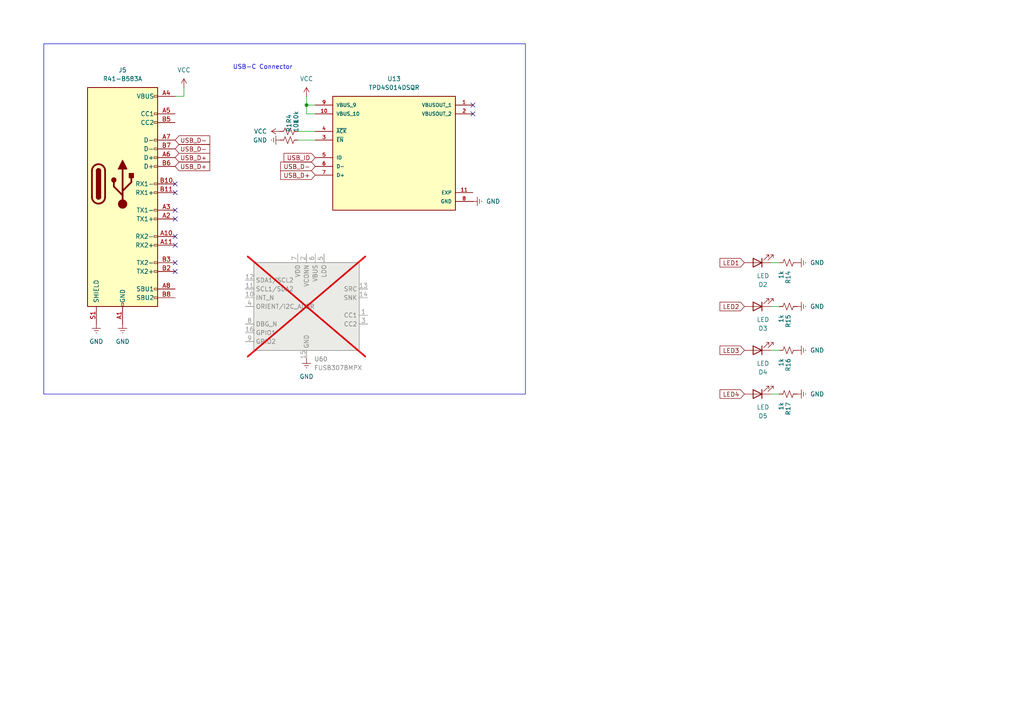
<source format=kicad_sch>
(kicad_sch
	(version 20231120)
	(generator "eeschema")
	(generator_version "8.0")
	(uuid "01deb980-630b-4023-b53d-5ea57d6939e3")
	(paper "A4")
	(title_block
		(title "Pointer")
		(date "2024-05-28")
		(rev "V0.0.3")
		(company "Mines Rocket Club")
		(comment 1 "Andrew Wu")
	)
	(lib_symbols
		(symbol "Connector:USB_C_Receptacle"
			(pin_names
				(offset 1.016)
			)
			(exclude_from_sim no)
			(in_bom yes)
			(on_board yes)
			(property "Reference" "J"
				(at -10.16 29.21 0)
				(effects
					(font
						(size 1.27 1.27)
					)
					(justify left)
				)
			)
			(property "Value" "USB_C_Receptacle"
				(at 10.16 29.21 0)
				(effects
					(font
						(size 1.27 1.27)
					)
					(justify right)
				)
			)
			(property "Footprint" ""
				(at 3.81 0 0)
				(effects
					(font
						(size 1.27 1.27)
					)
					(hide yes)
				)
			)
			(property "Datasheet" "https://www.usb.org/sites/default/files/documents/usb_type-c.zip"
				(at 3.81 0 0)
				(effects
					(font
						(size 1.27 1.27)
					)
					(hide yes)
				)
			)
			(property "Description" "USB Full-Featured Type-C Receptacle connector"
				(at 0 0 0)
				(effects
					(font
						(size 1.27 1.27)
					)
					(hide yes)
				)
			)
			(property "ki_keywords" "usb universal serial bus type-C full-featured"
				(at 0 0 0)
				(effects
					(font
						(size 1.27 1.27)
					)
					(hide yes)
				)
			)
			(property "ki_fp_filters" "USB*C*Receptacle*"
				(at 0 0 0)
				(effects
					(font
						(size 1.27 1.27)
					)
					(hide yes)
				)
			)
			(symbol "USB_C_Receptacle_0_0"
				(rectangle
					(start -0.254 -35.56)
					(end 0.254 -34.544)
					(stroke
						(width 0)
						(type default)
					)
					(fill
						(type none)
					)
				)
				(rectangle
					(start 10.16 -32.766)
					(end 9.144 -33.274)
					(stroke
						(width 0)
						(type default)
					)
					(fill
						(type none)
					)
				)
				(rectangle
					(start 10.16 -30.226)
					(end 9.144 -30.734)
					(stroke
						(width 0)
						(type default)
					)
					(fill
						(type none)
					)
				)
				(rectangle
					(start 10.16 -25.146)
					(end 9.144 -25.654)
					(stroke
						(width 0)
						(type default)
					)
					(fill
						(type none)
					)
				)
				(rectangle
					(start 10.16 -22.606)
					(end 9.144 -23.114)
					(stroke
						(width 0)
						(type default)
					)
					(fill
						(type none)
					)
				)
				(rectangle
					(start 10.16 -17.526)
					(end 9.144 -18.034)
					(stroke
						(width 0)
						(type default)
					)
					(fill
						(type none)
					)
				)
				(rectangle
					(start 10.16 -14.986)
					(end 9.144 -15.494)
					(stroke
						(width 0)
						(type default)
					)
					(fill
						(type none)
					)
				)
				(rectangle
					(start 10.16 -9.906)
					(end 9.144 -10.414)
					(stroke
						(width 0)
						(type default)
					)
					(fill
						(type none)
					)
				)
				(rectangle
					(start 10.16 -7.366)
					(end 9.144 -7.874)
					(stroke
						(width 0)
						(type default)
					)
					(fill
						(type none)
					)
				)
				(rectangle
					(start 10.16 -2.286)
					(end 9.144 -2.794)
					(stroke
						(width 0)
						(type default)
					)
					(fill
						(type none)
					)
				)
				(rectangle
					(start 10.16 0.254)
					(end 9.144 -0.254)
					(stroke
						(width 0)
						(type default)
					)
					(fill
						(type none)
					)
				)
				(rectangle
					(start 10.16 5.334)
					(end 9.144 4.826)
					(stroke
						(width 0)
						(type default)
					)
					(fill
						(type none)
					)
				)
				(rectangle
					(start 10.16 7.874)
					(end 9.144 7.366)
					(stroke
						(width 0)
						(type default)
					)
					(fill
						(type none)
					)
				)
				(rectangle
					(start 10.16 10.414)
					(end 9.144 9.906)
					(stroke
						(width 0)
						(type default)
					)
					(fill
						(type none)
					)
				)
				(rectangle
					(start 10.16 12.954)
					(end 9.144 12.446)
					(stroke
						(width 0)
						(type default)
					)
					(fill
						(type none)
					)
				)
				(rectangle
					(start 10.16 18.034)
					(end 9.144 17.526)
					(stroke
						(width 0)
						(type default)
					)
					(fill
						(type none)
					)
				)
				(rectangle
					(start 10.16 20.574)
					(end 9.144 20.066)
					(stroke
						(width 0)
						(type default)
					)
					(fill
						(type none)
					)
				)
				(rectangle
					(start 10.16 25.654)
					(end 9.144 25.146)
					(stroke
						(width 0)
						(type default)
					)
					(fill
						(type none)
					)
				)
			)
			(symbol "USB_C_Receptacle_0_1"
				(rectangle
					(start -10.16 27.94)
					(end 10.16 -35.56)
					(stroke
						(width 0.254)
						(type default)
					)
					(fill
						(type background)
					)
				)
				(arc
					(start -8.89 -3.81)
					(mid -6.985 -5.7067)
					(end -5.08 -3.81)
					(stroke
						(width 0.508)
						(type default)
					)
					(fill
						(type none)
					)
				)
				(arc
					(start -7.62 -3.81)
					(mid -6.985 -4.4423)
					(end -6.35 -3.81)
					(stroke
						(width 0.254)
						(type default)
					)
					(fill
						(type none)
					)
				)
				(arc
					(start -7.62 -3.81)
					(mid -6.985 -4.4423)
					(end -6.35 -3.81)
					(stroke
						(width 0.254)
						(type default)
					)
					(fill
						(type outline)
					)
				)
				(rectangle
					(start -7.62 -3.81)
					(end -6.35 3.81)
					(stroke
						(width 0.254)
						(type default)
					)
					(fill
						(type outline)
					)
				)
				(arc
					(start -6.35 3.81)
					(mid -6.985 4.4423)
					(end -7.62 3.81)
					(stroke
						(width 0.254)
						(type default)
					)
					(fill
						(type none)
					)
				)
				(arc
					(start -6.35 3.81)
					(mid -6.985 4.4423)
					(end -7.62 3.81)
					(stroke
						(width 0.254)
						(type default)
					)
					(fill
						(type outline)
					)
				)
				(arc
					(start -5.08 3.81)
					(mid -6.985 5.7067)
					(end -8.89 3.81)
					(stroke
						(width 0.508)
						(type default)
					)
					(fill
						(type none)
					)
				)
				(polyline
					(pts
						(xy -8.89 -3.81) (xy -8.89 3.81)
					)
					(stroke
						(width 0.508)
						(type default)
					)
					(fill
						(type none)
					)
				)
				(polyline
					(pts
						(xy -5.08 3.81) (xy -5.08 -3.81)
					)
					(stroke
						(width 0.508)
						(type default)
					)
					(fill
						(type none)
					)
				)
			)
			(symbol "USB_C_Receptacle_1_1"
				(circle
					(center -2.54 1.143)
					(radius 0.635)
					(stroke
						(width 0.254)
						(type default)
					)
					(fill
						(type outline)
					)
				)
				(circle
					(center 0 -5.842)
					(radius 1.27)
					(stroke
						(width 0)
						(type default)
					)
					(fill
						(type outline)
					)
				)
				(polyline
					(pts
						(xy 0 -5.842) (xy 0 4.318)
					)
					(stroke
						(width 0.508)
						(type default)
					)
					(fill
						(type none)
					)
				)
				(polyline
					(pts
						(xy 0 -3.302) (xy -2.54 -0.762) (xy -2.54 0.508)
					)
					(stroke
						(width 0.508)
						(type default)
					)
					(fill
						(type none)
					)
				)
				(polyline
					(pts
						(xy 0 -2.032) (xy 2.54 0.508) (xy 2.54 1.778)
					)
					(stroke
						(width 0.508)
						(type default)
					)
					(fill
						(type none)
					)
				)
				(polyline
					(pts
						(xy -1.27 4.318) (xy 0 6.858) (xy 1.27 4.318) (xy -1.27 4.318)
					)
					(stroke
						(width 0.254)
						(type default)
					)
					(fill
						(type outline)
					)
				)
				(rectangle
					(start 1.905 1.778)
					(end 3.175 3.048)
					(stroke
						(width 0.254)
						(type default)
					)
					(fill
						(type outline)
					)
				)
				(pin passive line
					(at 0 -40.64 90)
					(length 5.08)
					(name "GND"
						(effects
							(font
								(size 1.27 1.27)
							)
						)
					)
					(number "A1"
						(effects
							(font
								(size 1.27 1.27)
							)
						)
					)
				)
				(pin bidirectional line
					(at 15.24 -15.24 180)
					(length 5.08)
					(name "RX2-"
						(effects
							(font
								(size 1.27 1.27)
							)
						)
					)
					(number "A10"
						(effects
							(font
								(size 1.27 1.27)
							)
						)
					)
				)
				(pin bidirectional line
					(at 15.24 -17.78 180)
					(length 5.08)
					(name "RX2+"
						(effects
							(font
								(size 1.27 1.27)
							)
						)
					)
					(number "A11"
						(effects
							(font
								(size 1.27 1.27)
							)
						)
					)
				)
				(pin passive line
					(at 0 -40.64 90)
					(length 5.08) hide
					(name "GND"
						(effects
							(font
								(size 1.27 1.27)
							)
						)
					)
					(number "A12"
						(effects
							(font
								(size 1.27 1.27)
							)
						)
					)
				)
				(pin bidirectional line
					(at 15.24 -10.16 180)
					(length 5.08)
					(name "TX1+"
						(effects
							(font
								(size 1.27 1.27)
							)
						)
					)
					(number "A2"
						(effects
							(font
								(size 1.27 1.27)
							)
						)
					)
				)
				(pin bidirectional line
					(at 15.24 -7.62 180)
					(length 5.08)
					(name "TX1-"
						(effects
							(font
								(size 1.27 1.27)
							)
						)
					)
					(number "A3"
						(effects
							(font
								(size 1.27 1.27)
							)
						)
					)
				)
				(pin passive line
					(at 15.24 25.4 180)
					(length 5.08)
					(name "VBUS"
						(effects
							(font
								(size 1.27 1.27)
							)
						)
					)
					(number "A4"
						(effects
							(font
								(size 1.27 1.27)
							)
						)
					)
				)
				(pin bidirectional line
					(at 15.24 20.32 180)
					(length 5.08)
					(name "CC1"
						(effects
							(font
								(size 1.27 1.27)
							)
						)
					)
					(number "A5"
						(effects
							(font
								(size 1.27 1.27)
							)
						)
					)
				)
				(pin bidirectional line
					(at 15.24 7.62 180)
					(length 5.08)
					(name "D+"
						(effects
							(font
								(size 1.27 1.27)
							)
						)
					)
					(number "A6"
						(effects
							(font
								(size 1.27 1.27)
							)
						)
					)
				)
				(pin bidirectional line
					(at 15.24 12.7 180)
					(length 5.08)
					(name "D-"
						(effects
							(font
								(size 1.27 1.27)
							)
						)
					)
					(number "A7"
						(effects
							(font
								(size 1.27 1.27)
							)
						)
					)
				)
				(pin bidirectional line
					(at 15.24 -30.48 180)
					(length 5.08)
					(name "SBU1"
						(effects
							(font
								(size 1.27 1.27)
							)
						)
					)
					(number "A8"
						(effects
							(font
								(size 1.27 1.27)
							)
						)
					)
				)
				(pin passive line
					(at 15.24 25.4 180)
					(length 5.08) hide
					(name "VBUS"
						(effects
							(font
								(size 1.27 1.27)
							)
						)
					)
					(number "A9"
						(effects
							(font
								(size 1.27 1.27)
							)
						)
					)
				)
				(pin passive line
					(at 0 -40.64 90)
					(length 5.08) hide
					(name "GND"
						(effects
							(font
								(size 1.27 1.27)
							)
						)
					)
					(number "B1"
						(effects
							(font
								(size 1.27 1.27)
							)
						)
					)
				)
				(pin bidirectional line
					(at 15.24 0 180)
					(length 5.08)
					(name "RX1-"
						(effects
							(font
								(size 1.27 1.27)
							)
						)
					)
					(number "B10"
						(effects
							(font
								(size 1.27 1.27)
							)
						)
					)
				)
				(pin bidirectional line
					(at 15.24 -2.54 180)
					(length 5.08)
					(name "RX1+"
						(effects
							(font
								(size 1.27 1.27)
							)
						)
					)
					(number "B11"
						(effects
							(font
								(size 1.27 1.27)
							)
						)
					)
				)
				(pin passive line
					(at 0 -40.64 90)
					(length 5.08) hide
					(name "GND"
						(effects
							(font
								(size 1.27 1.27)
							)
						)
					)
					(number "B12"
						(effects
							(font
								(size 1.27 1.27)
							)
						)
					)
				)
				(pin bidirectional line
					(at 15.24 -25.4 180)
					(length 5.08)
					(name "TX2+"
						(effects
							(font
								(size 1.27 1.27)
							)
						)
					)
					(number "B2"
						(effects
							(font
								(size 1.27 1.27)
							)
						)
					)
				)
				(pin bidirectional line
					(at 15.24 -22.86 180)
					(length 5.08)
					(name "TX2-"
						(effects
							(font
								(size 1.27 1.27)
							)
						)
					)
					(number "B3"
						(effects
							(font
								(size 1.27 1.27)
							)
						)
					)
				)
				(pin passive line
					(at 15.24 25.4 180)
					(length 5.08) hide
					(name "VBUS"
						(effects
							(font
								(size 1.27 1.27)
							)
						)
					)
					(number "B4"
						(effects
							(font
								(size 1.27 1.27)
							)
						)
					)
				)
				(pin bidirectional line
					(at 15.24 17.78 180)
					(length 5.08)
					(name "CC2"
						(effects
							(font
								(size 1.27 1.27)
							)
						)
					)
					(number "B5"
						(effects
							(font
								(size 1.27 1.27)
							)
						)
					)
				)
				(pin bidirectional line
					(at 15.24 5.08 180)
					(length 5.08)
					(name "D+"
						(effects
							(font
								(size 1.27 1.27)
							)
						)
					)
					(number "B6"
						(effects
							(font
								(size 1.27 1.27)
							)
						)
					)
				)
				(pin bidirectional line
					(at 15.24 10.16 180)
					(length 5.08)
					(name "D-"
						(effects
							(font
								(size 1.27 1.27)
							)
						)
					)
					(number "B7"
						(effects
							(font
								(size 1.27 1.27)
							)
						)
					)
				)
				(pin bidirectional line
					(at 15.24 -33.02 180)
					(length 5.08)
					(name "SBU2"
						(effects
							(font
								(size 1.27 1.27)
							)
						)
					)
					(number "B8"
						(effects
							(font
								(size 1.27 1.27)
							)
						)
					)
				)
				(pin passive line
					(at 15.24 25.4 180)
					(length 5.08) hide
					(name "VBUS"
						(effects
							(font
								(size 1.27 1.27)
							)
						)
					)
					(number "B9"
						(effects
							(font
								(size 1.27 1.27)
							)
						)
					)
				)
				(pin passive line
					(at -7.62 -40.64 90)
					(length 5.08)
					(name "SHIELD"
						(effects
							(font
								(size 1.27 1.27)
							)
						)
					)
					(number "S1"
						(effects
							(font
								(size 1.27 1.27)
							)
						)
					)
				)
			)
		)
		(symbol "Custom_Flight_Computer_Symbols:TPD4S014DSQR"
			(pin_names
				(offset 1.016)
			)
			(exclude_from_sim no)
			(in_bom yes)
			(on_board yes)
			(property "Reference" "U"
				(at -17.78 18.288 0)
				(effects
					(font
						(size 1.27 1.27)
					)
					(justify left bottom)
				)
			)
			(property "Value" "TPD4S014DSQR"
				(at -17.78 -17.78 0)
				(effects
					(font
						(size 1.27 1.27)
					)
					(justify left bottom)
				)
			)
			(property "Footprint" "locals_but_working_PLEASE:TPD4S014DSQR"
				(at 0 0 0)
				(effects
					(font
						(size 1.27 1.27)
					)
					(justify bottom)
					(hide yes)
				)
			)
			(property "Datasheet" "https://www.ti.com/lit/ds/symlink/tpd4s014.pdf?HQS=dis-dk-null-digikeymode-dsf-pf-null-wwe&ts=1716147734171&ref_url=https%253A%252F%252Fwww.ti.com%252Fgeneral%252Fdocs%252Fsuppproductinfo.tsp%253FdistId%253D10%2526gotoUrl%253Dhttps%253A%252F%252Fwww.ti.com%252Flit%252Fgpn%252Ftpd4s014"
				(at 0 0 0)
				(effects
					(font
						(size 1.27 1.27)
					)
					(hide yes)
				)
			)
			(property "Description" "  Overvoltage Protection Controller 10-WSON (2x2)"
				(at 0 0 0)
				(effects
					(font
						(size 1.27 1.27)
					)
					(hide yes)
				)
			)
			(property "PARTREV" "E"
				(at 0 0 0)
				(effects
					(font
						(size 1.27 1.27)
					)
					(justify bottom)
					(hide yes)
				)
			)
			(property "STANDARD" "IPC-7351B"
				(at 0 0 0)
				(effects
					(font
						(size 1.27 1.27)
					)
					(justify bottom)
					(hide yes)
				)
			)
			(property "MAXIMUM_PACKAGE_HEIGHT" "0.8mm"
				(at 0 0 0)
				(effects
					(font
						(size 1.27 1.27)
					)
					(justify bottom)
					(hide yes)
				)
			)
			(property "MANUFACTURER" "Texas Instruments"
				(at 0 0 0)
				(effects
					(font
						(size 1.27 1.27)
					)
					(justify bottom)
					(hide yes)
				)
			)
			(property "DKPN" "296-29093-1-ND"
				(at 0 0 0)
				(effects
					(font
						(size 1.27 1.27)
					)
					(hide yes)
				)
			)
			(symbol "TPD4S014DSQR_0_0"
				(rectangle
					(start -17.78 17.78)
					(end 17.78 -15.24)
					(stroke
						(width 0.254)
						(type default)
					)
					(fill
						(type background)
					)
				)
				(pin output line
					(at 22.86 15.24 180)
					(length 5.08)
					(name "VBUSOUT_1"
						(effects
							(font
								(size 1.016 1.016)
							)
						)
					)
					(number "1"
						(effects
							(font
								(size 1.016 1.016)
							)
						)
					)
				)
				(pin input line
					(at -22.86 12.7 0)
					(length 5.08)
					(name "VBUS_10"
						(effects
							(font
								(size 1.016 1.016)
							)
						)
					)
					(number "10"
						(effects
							(font
								(size 1.016 1.016)
							)
						)
					)
				)
				(pin passive line
					(at 22.86 -10.16 180)
					(length 5.08)
					(name "EXP"
						(effects
							(font
								(size 1.016 1.016)
							)
						)
					)
					(number "11"
						(effects
							(font
								(size 1.016 1.016)
							)
						)
					)
				)
				(pin output line
					(at 22.86 12.7 180)
					(length 5.08)
					(name "VBUSOUT_2"
						(effects
							(font
								(size 1.016 1.016)
							)
						)
					)
					(number "2"
						(effects
							(font
								(size 1.016 1.016)
							)
						)
					)
				)
				(pin input line
					(at -22.86 5.08 0)
					(length 5.08)
					(name "~{EN}"
						(effects
							(font
								(size 1.016 1.016)
							)
						)
					)
					(number "3"
						(effects
							(font
								(size 1.016 1.016)
							)
						)
					)
				)
				(pin input line
					(at -22.86 7.62 0)
					(length 5.08)
					(name "~{ACK}"
						(effects
							(font
								(size 1.016 1.016)
							)
						)
					)
					(number "4"
						(effects
							(font
								(size 1.016 1.016)
							)
						)
					)
				)
				(pin bidirectional line
					(at -22.86 0 0)
					(length 5.08)
					(name "ID"
						(effects
							(font
								(size 1.016 1.016)
							)
						)
					)
					(number "5"
						(effects
							(font
								(size 1.016 1.016)
							)
						)
					)
				)
				(pin bidirectional line
					(at -22.86 -2.54 0)
					(length 5.08)
					(name "D-"
						(effects
							(font
								(size 1.016 1.016)
							)
						)
					)
					(number "6"
						(effects
							(font
								(size 1.016 1.016)
							)
						)
					)
				)
				(pin bidirectional line
					(at -22.86 -5.08 0)
					(length 5.08)
					(name "D+"
						(effects
							(font
								(size 1.016 1.016)
							)
						)
					)
					(number "7"
						(effects
							(font
								(size 1.016 1.016)
							)
						)
					)
				)
				(pin power_in line
					(at 22.86 -12.7 180)
					(length 5.08)
					(name "GND"
						(effects
							(font
								(size 1.016 1.016)
							)
						)
					)
					(number "8"
						(effects
							(font
								(size 1.016 1.016)
							)
						)
					)
				)
				(pin input line
					(at -22.86 15.24 0)
					(length 5.08)
					(name "VBUS_9"
						(effects
							(font
								(size 1.016 1.016)
							)
						)
					)
					(number "9"
						(effects
							(font
								(size 1.016 1.016)
							)
						)
					)
				)
			)
		)
		(symbol "Device:LED"
			(pin_numbers hide)
			(pin_names
				(offset 1.016) hide)
			(exclude_from_sim no)
			(in_bom yes)
			(on_board yes)
			(property "Reference" "D"
				(at 0 2.54 0)
				(effects
					(font
						(size 1.27 1.27)
					)
				)
			)
			(property "Value" "LED"
				(at 0 -2.54 0)
				(effects
					(font
						(size 1.27 1.27)
					)
				)
			)
			(property "Footprint" ""
				(at 0 0 0)
				(effects
					(font
						(size 1.27 1.27)
					)
					(hide yes)
				)
			)
			(property "Datasheet" "~"
				(at 0 0 0)
				(effects
					(font
						(size 1.27 1.27)
					)
					(hide yes)
				)
			)
			(property "Description" "Light emitting diode"
				(at 0 0 0)
				(effects
					(font
						(size 1.27 1.27)
					)
					(hide yes)
				)
			)
			(property "ki_keywords" "LED diode"
				(at 0 0 0)
				(effects
					(font
						(size 1.27 1.27)
					)
					(hide yes)
				)
			)
			(property "ki_fp_filters" "LED* LED_SMD:* LED_THT:*"
				(at 0 0 0)
				(effects
					(font
						(size 1.27 1.27)
					)
					(hide yes)
				)
			)
			(symbol "LED_0_1"
				(polyline
					(pts
						(xy -1.27 -1.27) (xy -1.27 1.27)
					)
					(stroke
						(width 0.254)
						(type default)
					)
					(fill
						(type none)
					)
				)
				(polyline
					(pts
						(xy -1.27 0) (xy 1.27 0)
					)
					(stroke
						(width 0)
						(type default)
					)
					(fill
						(type none)
					)
				)
				(polyline
					(pts
						(xy 1.27 -1.27) (xy 1.27 1.27) (xy -1.27 0) (xy 1.27 -1.27)
					)
					(stroke
						(width 0.254)
						(type default)
					)
					(fill
						(type none)
					)
				)
				(polyline
					(pts
						(xy -3.048 -0.762) (xy -4.572 -2.286) (xy -3.81 -2.286) (xy -4.572 -2.286) (xy -4.572 -1.524)
					)
					(stroke
						(width 0)
						(type default)
					)
					(fill
						(type none)
					)
				)
				(polyline
					(pts
						(xy -1.778 -0.762) (xy -3.302 -2.286) (xy -2.54 -2.286) (xy -3.302 -2.286) (xy -3.302 -1.524)
					)
					(stroke
						(width 0)
						(type default)
					)
					(fill
						(type none)
					)
				)
			)
			(symbol "LED_1_1"
				(pin passive line
					(at -3.81 0 0)
					(length 2.54)
					(name "K"
						(effects
							(font
								(size 1.27 1.27)
							)
						)
					)
					(number "1"
						(effects
							(font
								(size 1.27 1.27)
							)
						)
					)
				)
				(pin passive line
					(at 3.81 0 180)
					(length 2.54)
					(name "A"
						(effects
							(font
								(size 1.27 1.27)
							)
						)
					)
					(number "2"
						(effects
							(font
								(size 1.27 1.27)
							)
						)
					)
				)
			)
		)
		(symbol "Device:R_Small_US"
			(pin_numbers hide)
			(pin_names
				(offset 0.254) hide)
			(exclude_from_sim no)
			(in_bom yes)
			(on_board yes)
			(property "Reference" "R"
				(at 0.762 0.508 0)
				(effects
					(font
						(size 1.27 1.27)
					)
					(justify left)
				)
			)
			(property "Value" "R_Small_US"
				(at 0.762 -1.016 0)
				(effects
					(font
						(size 1.27 1.27)
					)
					(justify left)
				)
			)
			(property "Footprint" ""
				(at 0 0 0)
				(effects
					(font
						(size 1.27 1.27)
					)
					(hide yes)
				)
			)
			(property "Datasheet" "~"
				(at 0 0 0)
				(effects
					(font
						(size 1.27 1.27)
					)
					(hide yes)
				)
			)
			(property "Description" "Resistor, small US symbol"
				(at 0 0 0)
				(effects
					(font
						(size 1.27 1.27)
					)
					(hide yes)
				)
			)
			(property "ki_keywords" "r resistor"
				(at 0 0 0)
				(effects
					(font
						(size 1.27 1.27)
					)
					(hide yes)
				)
			)
			(property "ki_fp_filters" "R_*"
				(at 0 0 0)
				(effects
					(font
						(size 1.27 1.27)
					)
					(hide yes)
				)
			)
			(symbol "R_Small_US_1_1"
				(polyline
					(pts
						(xy 0 0) (xy 1.016 -0.381) (xy 0 -0.762) (xy -1.016 -1.143) (xy 0 -1.524)
					)
					(stroke
						(width 0)
						(type default)
					)
					(fill
						(type none)
					)
				)
				(polyline
					(pts
						(xy 0 1.524) (xy 1.016 1.143) (xy 0 0.762) (xy -1.016 0.381) (xy 0 0)
					)
					(stroke
						(width 0)
						(type default)
					)
					(fill
						(type none)
					)
				)
				(pin passive line
					(at 0 2.54 270)
					(length 1.016)
					(name "~"
						(effects
							(font
								(size 1.27 1.27)
							)
						)
					)
					(number "1"
						(effects
							(font
								(size 1.27 1.27)
							)
						)
					)
				)
				(pin passive line
					(at 0 -2.54 90)
					(length 1.016)
					(name "~"
						(effects
							(font
								(size 1.27 1.27)
							)
						)
					)
					(number "2"
						(effects
							(font
								(size 1.27 1.27)
							)
						)
					)
				)
			)
		)
		(symbol "Interface_USB:FUSB307BMPX"
			(exclude_from_sim no)
			(in_bom yes)
			(on_board yes)
			(property "Reference" "U"
				(at -15.24 13.97 0)
				(effects
					(font
						(size 1.27 1.27)
					)
					(justify left)
				)
			)
			(property "Value" "FUSB307BMPX"
				(at 6.35 13.97 0)
				(effects
					(font
						(size 1.27 1.27)
					)
					(justify left)
				)
			)
			(property "Footprint" "Package_DFN_QFN:WQFN-16-1EP_3x3mm_P0.5mm_EP1.75x1.75mm"
				(at 0 -17.78 0)
				(effects
					(font
						(size 1.27 1.27)
					)
					(hide yes)
				)
			)
			(property "Datasheet" "http://www.onsemi.com/pub/Collateral/FUSB307B-D.PDF"
				(at 0 -15.24 0)
				(effects
					(font
						(size 1.27 1.27)
					)
					(hide yes)
				)
			)
			(property "Description" "USB Type-C Port Controller with USB-PD, WQFN-16"
				(at 0 0 0)
				(effects
					(font
						(size 1.27 1.27)
					)
					(hide yes)
				)
			)
			(property "ki_keywords" "USB USB-C PD Power Delivery PHY TCPC"
				(at 0 0 0)
				(effects
					(font
						(size 1.27 1.27)
					)
					(hide yes)
				)
			)
			(property "ki_fp_filters" "WQFN*1EP*3x3mm*P0.5mm*"
				(at 0 0 0)
				(effects
					(font
						(size 1.27 1.27)
					)
					(hide yes)
				)
			)
			(symbol "FUSB307BMPX_0_1"
				(rectangle
					(start -15.24 12.7)
					(end 15.24 -12.7)
					(stroke
						(width 0.254)
						(type default)
					)
					(fill
						(type background)
					)
				)
			)
			(symbol "FUSB307BMPX_1_1"
				(pin bidirectional line
					(at 17.78 -2.54 180)
					(length 2.54)
					(name "CC1"
						(effects
							(font
								(size 1.27 1.27)
							)
						)
					)
					(number "1"
						(effects
							(font
								(size 1.27 1.27)
							)
						)
					)
				)
				(pin open_collector line
					(at -17.78 2.54 0)
					(length 2.54)
					(name "INT_N"
						(effects
							(font
								(size 1.27 1.27)
							)
						)
					)
					(number "10"
						(effects
							(font
								(size 1.27 1.27)
							)
						)
					)
				)
				(pin bidirectional line
					(at -17.78 5.08 0)
					(length 2.54)
					(name "SCL1/SDA2"
						(effects
							(font
								(size 1.27 1.27)
							)
						)
					)
					(number "11"
						(effects
							(font
								(size 1.27 1.27)
							)
						)
					)
				)
				(pin bidirectional line
					(at -17.78 7.62 0)
					(length 2.54)
					(name "SDA1/SCL2"
						(effects
							(font
								(size 1.27 1.27)
							)
						)
					)
					(number "12"
						(effects
							(font
								(size 1.27 1.27)
							)
						)
					)
				)
				(pin output line
					(at 17.78 5.08 180)
					(length 2.54)
					(name "SRC"
						(effects
							(font
								(size 1.27 1.27)
							)
						)
					)
					(number "13"
						(effects
							(font
								(size 1.27 1.27)
							)
						)
					)
				)
				(pin output line
					(at 17.78 2.54 180)
					(length 2.54)
					(name "SNK"
						(effects
							(font
								(size 1.27 1.27)
							)
						)
					)
					(number "14"
						(effects
							(font
								(size 1.27 1.27)
							)
						)
					)
				)
				(pin power_in line
					(at 0 -15.24 90)
					(length 2.54)
					(name "GND"
						(effects
							(font
								(size 1.27 1.27)
							)
						)
					)
					(number "15"
						(effects
							(font
								(size 1.27 1.27)
							)
						)
					)
				)
				(pin bidirectional line
					(at -17.78 -7.62 0)
					(length 2.54)
					(name "GPIO1"
						(effects
							(font
								(size 1.27 1.27)
							)
						)
					)
					(number "16"
						(effects
							(font
								(size 1.27 1.27)
							)
						)
					)
				)
				(pin passive line
					(at 0 -15.24 90)
					(length 2.54) hide
					(name "GND"
						(effects
							(font
								(size 1.27 1.27)
							)
						)
					)
					(number "17"
						(effects
							(font
								(size 1.27 1.27)
							)
						)
					)
				)
				(pin power_in line
					(at 0 15.24 270)
					(length 2.54)
					(name "VCONN"
						(effects
							(font
								(size 1.27 1.27)
							)
						)
					)
					(number "2"
						(effects
							(font
								(size 1.27 1.27)
							)
						)
					)
				)
				(pin bidirectional line
					(at 17.78 -5.08 180)
					(length 2.54)
					(name "CC2"
						(effects
							(font
								(size 1.27 1.27)
							)
						)
					)
					(number "3"
						(effects
							(font
								(size 1.27 1.27)
							)
						)
					)
				)
				(pin tri_state line
					(at -17.78 0 0)
					(length 2.54)
					(name "ORIENT/I2C_ADDR"
						(effects
							(font
								(size 1.27 1.27)
							)
						)
					)
					(number "4"
						(effects
							(font
								(size 1.27 1.27)
							)
						)
					)
				)
				(pin power_out line
					(at 5.08 15.24 270)
					(length 2.54)
					(name "LDO"
						(effects
							(font
								(size 1.27 1.27)
							)
						)
					)
					(number "5"
						(effects
							(font
								(size 1.27 1.27)
							)
						)
					)
				)
				(pin power_in line
					(at 2.54 15.24 270)
					(length 2.54)
					(name "VBUS"
						(effects
							(font
								(size 1.27 1.27)
							)
						)
					)
					(number "6"
						(effects
							(font
								(size 1.27 1.27)
							)
						)
					)
				)
				(pin power_in line
					(at -2.54 15.24 270)
					(length 2.54)
					(name "VDD"
						(effects
							(font
								(size 1.27 1.27)
							)
						)
					)
					(number "7"
						(effects
							(font
								(size 1.27 1.27)
							)
						)
					)
				)
				(pin open_collector line
					(at -17.78 -5.08 0)
					(length 2.54)
					(name "DBG_N"
						(effects
							(font
								(size 1.27 1.27)
							)
						)
					)
					(number "8"
						(effects
							(font
								(size 1.27 1.27)
							)
						)
					)
				)
				(pin bidirectional line
					(at -17.78 -10.16 0)
					(length 2.54)
					(name "GPIO2"
						(effects
							(font
								(size 1.27 1.27)
							)
						)
					)
					(number "9"
						(effects
							(font
								(size 1.27 1.27)
							)
						)
					)
				)
			)
		)
		(symbol "power:Earth"
			(power)
			(pin_numbers hide)
			(pin_names
				(offset 0) hide)
			(exclude_from_sim no)
			(in_bom yes)
			(on_board yes)
			(property "Reference" "#PWR"
				(at 0 -6.35 0)
				(effects
					(font
						(size 1.27 1.27)
					)
					(hide yes)
				)
			)
			(property "Value" "Earth"
				(at 0 -3.81 0)
				(effects
					(font
						(size 1.27 1.27)
					)
				)
			)
			(property "Footprint" ""
				(at 0 0 0)
				(effects
					(font
						(size 1.27 1.27)
					)
					(hide yes)
				)
			)
			(property "Datasheet" "~"
				(at 0 0 0)
				(effects
					(font
						(size 1.27 1.27)
					)
					(hide yes)
				)
			)
			(property "Description" "Power symbol creates a global label with name \"Earth\""
				(at 0 0 0)
				(effects
					(font
						(size 1.27 1.27)
					)
					(hide yes)
				)
			)
			(property "ki_keywords" "global ground gnd"
				(at 0 0 0)
				(effects
					(font
						(size 1.27 1.27)
					)
					(hide yes)
				)
			)
			(symbol "Earth_0_1"
				(polyline
					(pts
						(xy -0.635 -1.905) (xy 0.635 -1.905)
					)
					(stroke
						(width 0)
						(type default)
					)
					(fill
						(type none)
					)
				)
				(polyline
					(pts
						(xy -0.127 -2.54) (xy 0.127 -2.54)
					)
					(stroke
						(width 0)
						(type default)
					)
					(fill
						(type none)
					)
				)
				(polyline
					(pts
						(xy 0 -1.27) (xy 0 0)
					)
					(stroke
						(width 0)
						(type default)
					)
					(fill
						(type none)
					)
				)
				(polyline
					(pts
						(xy 1.27 -1.27) (xy -1.27 -1.27)
					)
					(stroke
						(width 0)
						(type default)
					)
					(fill
						(type none)
					)
				)
			)
			(symbol "Earth_1_1"
				(pin power_in line
					(at 0 0 270)
					(length 0)
					(name "~"
						(effects
							(font
								(size 1.27 1.27)
							)
						)
					)
					(number "1"
						(effects
							(font
								(size 1.27 1.27)
							)
						)
					)
				)
			)
		)
		(symbol "power:VCC"
			(power)
			(pin_numbers hide)
			(pin_names
				(offset 0) hide)
			(exclude_from_sim no)
			(in_bom yes)
			(on_board yes)
			(property "Reference" "#PWR"
				(at 0 -3.81 0)
				(effects
					(font
						(size 1.27 1.27)
					)
					(hide yes)
				)
			)
			(property "Value" "VCC"
				(at 0 3.556 0)
				(effects
					(font
						(size 1.27 1.27)
					)
				)
			)
			(property "Footprint" ""
				(at 0 0 0)
				(effects
					(font
						(size 1.27 1.27)
					)
					(hide yes)
				)
			)
			(property "Datasheet" ""
				(at 0 0 0)
				(effects
					(font
						(size 1.27 1.27)
					)
					(hide yes)
				)
			)
			(property "Description" "Power symbol creates a global label with name \"VCC\""
				(at 0 0 0)
				(effects
					(font
						(size 1.27 1.27)
					)
					(hide yes)
				)
			)
			(property "ki_keywords" "global power"
				(at 0 0 0)
				(effects
					(font
						(size 1.27 1.27)
					)
					(hide yes)
				)
			)
			(symbol "VCC_0_1"
				(polyline
					(pts
						(xy -0.762 1.27) (xy 0 2.54)
					)
					(stroke
						(width 0)
						(type default)
					)
					(fill
						(type none)
					)
				)
				(polyline
					(pts
						(xy 0 0) (xy 0 2.54)
					)
					(stroke
						(width 0)
						(type default)
					)
					(fill
						(type none)
					)
				)
				(polyline
					(pts
						(xy 0 2.54) (xy 0.762 1.27)
					)
					(stroke
						(width 0)
						(type default)
					)
					(fill
						(type none)
					)
				)
			)
			(symbol "VCC_1_1"
				(pin power_in line
					(at 0 0 90)
					(length 0)
					(name "~"
						(effects
							(font
								(size 1.27 1.27)
							)
						)
					)
					(number "1"
						(effects
							(font
								(size 1.27 1.27)
							)
						)
					)
				)
			)
		)
	)
	(junction
		(at 88.9 30.48)
		(diameter 0)
		(color 0 0 0 0)
		(uuid "ad752282-b74e-4df7-a1c3-460895e25a43")
	)
	(no_connect
		(at 50.8 60.96)
		(uuid "09dd27cf-39ce-4e9a-9db8-db7a9b7797f0")
	)
	(no_connect
		(at 50.8 76.2)
		(uuid "0d634995-6a7c-4eed-b59e-92dd3e1e6b39")
	)
	(no_connect
		(at 50.8 55.88)
		(uuid "19a90d4d-92e1-498c-a2f7-47a3fa359f41")
	)
	(no_connect
		(at 137.16 33.02)
		(uuid "39d95a90-fc19-4670-ab69-5b965501ddd2")
	)
	(no_connect
		(at 50.8 78.74)
		(uuid "45ed903e-8ca1-415a-a684-80663a4863ff")
	)
	(no_connect
		(at 137.16 30.48)
		(uuid "48389f04-7a91-4998-a49e-0add52aa5973")
	)
	(no_connect
		(at 50.8 68.58)
		(uuid "67b2c37a-6e65-47de-8dd9-f1e95a78415f")
	)
	(no_connect
		(at 50.8 71.12)
		(uuid "73f76e58-685d-4989-b5da-306e577026dc")
	)
	(no_connect
		(at 50.8 63.5)
		(uuid "e3287b12-aeaf-490d-8428-46ff42dbf247")
	)
	(no_connect
		(at 50.8 53.34)
		(uuid "f7a5fcd4-1c67-46bc-ad81-a9961e185e6f")
	)
	(wire
		(pts
			(xy 53.34 27.94) (xy 50.8 27.94)
		)
		(stroke
			(width 0)
			(type default)
		)
		(uuid "0a10024f-9b0d-4d39-bfea-1693f9b7bbca")
	)
	(wire
		(pts
			(xy 88.9 27.94) (xy 88.9 30.48)
		)
		(stroke
			(width 0)
			(type default)
		)
		(uuid "3d1d3b91-3193-455e-8657-3b91066f348c")
	)
	(wire
		(pts
			(xy 88.9 30.48) (xy 88.9 33.02)
		)
		(stroke
			(width 0)
			(type default)
		)
		(uuid "3fbf0dae-9991-4fcd-9770-0a4635526d40")
	)
	(wire
		(pts
			(xy 223.52 88.9) (xy 226.06 88.9)
		)
		(stroke
			(width 0)
			(type default)
		)
		(uuid "44e53d65-a030-4d8f-a9c2-fd38f59bdc98")
	)
	(wire
		(pts
			(xy 88.9 30.48) (xy 91.44 30.48)
		)
		(stroke
			(width 0)
			(type default)
		)
		(uuid "4d648504-6c75-47cf-9595-90c17e899bed")
	)
	(wire
		(pts
			(xy 223.52 76.2) (xy 226.06 76.2)
		)
		(stroke
			(width 0)
			(type default)
		)
		(uuid "5877f97a-fba2-44ca-b7e5-c97649a9e1a4")
	)
	(wire
		(pts
			(xy 53.34 25.4) (xy 53.34 27.94)
		)
		(stroke
			(width 0)
			(type default)
		)
		(uuid "5d080ed1-d478-4988-a6ca-fd5c9644d7fc")
	)
	(wire
		(pts
			(xy 223.52 114.3) (xy 226.06 114.3)
		)
		(stroke
			(width 0)
			(type default)
		)
		(uuid "6d905fa7-c4dc-4d73-b7aa-5c7836dccbe6")
	)
	(wire
		(pts
			(xy 88.9 33.02) (xy 91.44 33.02)
		)
		(stroke
			(width 0)
			(type default)
		)
		(uuid "700b727d-767f-434a-80e3-b10a7ad6ddc2")
	)
	(wire
		(pts
			(xy 223.52 101.6) (xy 226.06 101.6)
		)
		(stroke
			(width 0)
			(type default)
		)
		(uuid "89d835be-1fa9-4a31-9d49-2a4c314a4857")
	)
	(wire
		(pts
			(xy 86.36 40.64) (xy 91.44 40.64)
		)
		(stroke
			(width 0)
			(type default)
		)
		(uuid "9298b846-0d8b-42bd-af89-2f5d799b0729")
	)
	(wire
		(pts
			(xy 86.36 38.1) (xy 91.44 38.1)
		)
		(stroke
			(width 0)
			(type default)
		)
		(uuid "aae83671-201b-4ae0-b117-3b2e14a76ac3")
	)
	(rectangle
		(start 12.7 12.7)
		(end 152.4 114.3)
		(stroke
			(width 0)
			(type default)
		)
		(fill
			(type none)
		)
		(uuid f5095964-4192-4fec-a893-f43f0231a141)
	)
	(text "USB-C Connector"
		(exclude_from_sim no)
		(at 76.2 19.558 0)
		(effects
			(font
				(size 1.27 1.27)
			)
		)
		(uuid "5c030bd9-85d5-42bf-acde-3d4e60e23db9")
	)
	(global_label "LED3"
		(shape input)
		(at 215.9 101.6 180)
		(fields_autoplaced yes)
		(effects
			(font
				(size 1.27 1.27)
			)
			(justify right)
		)
		(uuid "100037b1-bc63-48f2-9a7d-3ac66052455d")
		(property "Intersheetrefs" "${INTERSHEET_REFS}"
			(at 208.2582 101.6 0)
			(effects
				(font
					(size 1.27 1.27)
				)
				(justify right)
				(hide yes)
			)
		)
	)
	(global_label "LED4"
		(shape input)
		(at 215.9 114.3 180)
		(fields_autoplaced yes)
		(effects
			(font
				(size 1.27 1.27)
			)
			(justify right)
		)
		(uuid "2e29fd07-7b29-4d1c-b5fe-7375b0eddcb0")
		(property "Intersheetrefs" "${INTERSHEET_REFS}"
			(at 208.2582 114.3 0)
			(effects
				(font
					(size 1.27 1.27)
				)
				(justify right)
				(hide yes)
			)
		)
	)
	(global_label "USB_D+"
		(shape input)
		(at 91.44 50.8 180)
		(fields_autoplaced yes)
		(effects
			(font
				(size 1.27 1.27)
			)
			(justify right)
		)
		(uuid "2f677b0f-34c7-4994-9c15-983c729d0392")
		(property "Intersheetrefs" "${INTERSHEET_REFS}"
			(at 80.8348 50.8 0)
			(effects
				(font
					(size 1.27 1.27)
				)
				(justify right)
				(hide yes)
			)
		)
	)
	(global_label "USB_D+"
		(shape input)
		(at 50.8 48.26 0)
		(fields_autoplaced yes)
		(effects
			(font
				(size 1.27 1.27)
			)
			(justify left)
		)
		(uuid "345cdead-7387-4e83-a757-69dcf5cf6185")
		(property "Intersheetrefs" "${INTERSHEET_REFS}"
			(at 57.9581 48.26 0)
			(effects
				(font
					(size 1.27 1.27)
				)
				(justify left)
				(hide yes)
			)
		)
	)
	(global_label "USB_D+"
		(shape input)
		(at 50.8 45.72 0)
		(fields_autoplaced yes)
		(effects
			(font
				(size 1.27 1.27)
			)
			(justify left)
		)
		(uuid "455c7e09-bd6e-4f75-99a7-64f47470918a")
		(property "Intersheetrefs" "${INTERSHEET_REFS}"
			(at 57.9581 45.72 0)
			(effects
				(font
					(size 1.27 1.27)
				)
				(justify left)
				(hide yes)
			)
		)
	)
	(global_label "USB_ID"
		(shape input)
		(at 91.44 45.72 180)
		(fields_autoplaced yes)
		(effects
			(font
				(size 1.27 1.27)
			)
			(justify right)
		)
		(uuid "480a44b8-0709-4a06-98cc-fb615aba3186")
		(property "Intersheetrefs" "${INTERSHEET_REFS}"
			(at 81.8024 45.72 0)
			(effects
				(font
					(size 1.27 1.27)
				)
				(justify right)
				(hide yes)
			)
		)
	)
	(global_label "USB_D-"
		(shape input)
		(at 50.8 43.18 0)
		(fields_autoplaced yes)
		(effects
			(font
				(size 1.27 1.27)
			)
			(justify left)
		)
		(uuid "6051af21-3a32-4e11-a6c9-a1972784fa35")
		(property "Intersheetrefs" "${INTERSHEET_REFS}"
			(at 61.4052 43.18 0)
			(effects
				(font
					(size 1.27 1.27)
				)
				(justify left)
				(hide yes)
			)
		)
	)
	(global_label "USB_D-"
		(shape input)
		(at 50.8 40.64 0)
		(fields_autoplaced yes)
		(effects
			(font
				(size 1.27 1.27)
			)
			(justify left)
		)
		(uuid "68b45558-8215-4c67-8bfd-5d7cbdb36991")
		(property "Intersheetrefs" "${INTERSHEET_REFS}"
			(at 61.4052 40.64 0)
			(effects
				(font
					(size 1.27 1.27)
				)
				(justify left)
				(hide yes)
			)
		)
	)
	(global_label "LED1"
		(shape input)
		(at 215.9 76.2 180)
		(fields_autoplaced yes)
		(effects
			(font
				(size 1.27 1.27)
			)
			(justify right)
		)
		(uuid "7461a016-002a-46d9-b5f5-643035b4b9c5")
		(property "Intersheetrefs" "${INTERSHEET_REFS}"
			(at 208.2582 76.2 0)
			(effects
				(font
					(size 1.27 1.27)
				)
				(justify right)
				(hide yes)
			)
		)
	)
	(global_label "LED2"
		(shape input)
		(at 215.9 88.9 180)
		(fields_autoplaced yes)
		(effects
			(font
				(size 1.27 1.27)
			)
			(justify right)
		)
		(uuid "a220a9a3-9d92-489d-a8ba-b6ae5fb1f7f3")
		(property "Intersheetrefs" "${INTERSHEET_REFS}"
			(at 208.2582 88.9 0)
			(effects
				(font
					(size 1.27 1.27)
				)
				(justify right)
				(hide yes)
			)
		)
	)
	(global_label "USB_D-"
		(shape input)
		(at 91.44 48.26 180)
		(fields_autoplaced yes)
		(effects
			(font
				(size 1.27 1.27)
			)
			(justify right)
		)
		(uuid "d2b4b8db-8cc1-44e0-a593-535bc3a11c46")
		(property "Intersheetrefs" "${INTERSHEET_REFS}"
			(at 80.8348 48.26 0)
			(effects
				(font
					(size 1.27 1.27)
				)
				(justify right)
				(hide yes)
			)
		)
	)
	(symbol
		(lib_id "Interface_USB:FUSB307BMPX")
		(at 88.9 88.9 0)
		(unit 1)
		(exclude_from_sim yes)
		(in_bom no)
		(on_board no)
		(dnp yes)
		(fields_autoplaced yes)
		(uuid "062a300d-93d7-4473-a1dd-07b5a7a5e03a")
		(property "Reference" "U60"
			(at 91.0941 104.14 0)
			(effects
				(font
					(size 1.27 1.27)
				)
				(justify left)
			)
		)
		(property "Value" "FUSB307BMPX"
			(at 91.0941 106.68 0)
			(effects
				(font
					(size 1.27 1.27)
				)
				(justify left)
			)
		)
		(property "Footprint" "Package_DFN_QFN:WQFN-16-1EP_3x3mm_P0.5mm_EP1.75x1.75mm"
			(at 88.9 106.68 0)
			(effects
				(font
					(size 1.27 1.27)
				)
				(hide yes)
			)
		)
		(property "Datasheet" "http://www.onsemi.com/pub/Collateral/FUSB307B-D.PDF"
			(at 88.9 104.14 0)
			(effects
				(font
					(size 1.27 1.27)
				)
				(hide yes)
			)
		)
		(property "Description" "USB Type-C Port Controller with USB-PD, WQFN-16"
			(at 88.9 88.9 0)
			(effects
				(font
					(size 1.27 1.27)
				)
				(hide yes)
			)
		)
		(pin "11"
			(uuid "5dc23906-4398-4b0f-951f-071f3e9a009b")
		)
		(pin "16"
			(uuid "e4a6661f-ec71-41e4-88d2-1073e1a689fb")
		)
		(pin "13"
			(uuid "34fb7c19-d9d7-40f3-985c-73d48f1d5ad4")
		)
		(pin "14"
			(uuid "33e9387a-a96f-4b19-a96e-69c439227dd1")
		)
		(pin "2"
			(uuid "d4c36028-8025-400c-b3b2-cba9dda574a8")
		)
		(pin "3"
			(uuid "d7da5cf8-76f9-4992-86b6-29bf8621b455")
		)
		(pin "7"
			(uuid "4a8f19fa-fcfa-4fc5-b2e3-422560f361ba")
		)
		(pin "10"
			(uuid "fcdc92b0-cdb7-4c56-8320-c98f3532acf6")
		)
		(pin "17"
			(uuid "10d1fd5c-4289-4576-8ca9-fb331f8ad6e1")
		)
		(pin "15"
			(uuid "9327dea6-d545-4a9e-8cf7-fa894617aa51")
		)
		(pin "9"
			(uuid "286e3934-f993-4c7f-ab66-bc6e703bd8e3")
		)
		(pin "8"
			(uuid "b6f03cdd-8484-4939-a5c7-964528e669be")
		)
		(pin "1"
			(uuid "c893b1f9-7241-4c5f-921b-e77a05c0ad0c")
		)
		(pin "5"
			(uuid "54cf3f19-dd2b-4126-a58a-dbc8d27d7118")
		)
		(pin "6"
			(uuid "e1fc944c-3a35-4728-9246-e5b6dda834f2")
		)
		(pin "12"
			(uuid "5285fc26-03c1-4971-ab83-bbb218a19f38")
		)
		(pin "4"
			(uuid "35154015-8e0a-4970-bcc3-c50c1d4f1a93")
		)
		(instances
			(project "the_pointer"
				(path "/473e3a2e-6c5e-4995-af4a-e4bf1449cab0/0bcaec57-f6d5-41f0-b678-342e153337b7"
					(reference "U60")
					(unit 1)
				)
			)
		)
	)
	(symbol
		(lib_id "power:Earth")
		(at 27.94 93.98 0)
		(unit 1)
		(exclude_from_sim no)
		(in_bom yes)
		(on_board yes)
		(dnp no)
		(fields_autoplaced yes)
		(uuid "1b3b5fa1-ebc7-43c4-9a46-06f0125acb74")
		(property "Reference" "#PWR045"
			(at 27.94 100.33 0)
			(effects
				(font
					(size 1.27 1.27)
				)
				(hide yes)
			)
		)
		(property "Value" "GND"
			(at 27.94 99.06 0)
			(effects
				(font
					(size 1.27 1.27)
				)
			)
		)
		(property "Footprint" ""
			(at 27.94 93.98 0)
			(effects
				(font
					(size 1.27 1.27)
				)
				(hide yes)
			)
		)
		(property "Datasheet" "~"
			(at 27.94 93.98 0)
			(effects
				(font
					(size 1.27 1.27)
				)
				(hide yes)
			)
		)
		(property "Description" "Power symbol creates a global label with name \"Earth\""
			(at 27.94 93.98 0)
			(effects
				(font
					(size 1.27 1.27)
				)
				(hide yes)
			)
		)
		(pin "1"
			(uuid "6f4b3c19-6cac-4405-9e71-1e28816ee952")
		)
		(instances
			(project "the_pointer"
				(path "/473e3a2e-6c5e-4995-af4a-e4bf1449cab0/0bcaec57-f6d5-41f0-b678-342e153337b7"
					(reference "#PWR045")
					(unit 1)
				)
			)
		)
	)
	(symbol
		(lib_id "Device:R_Small_US")
		(at 228.6 101.6 270)
		(unit 1)
		(exclude_from_sim no)
		(in_bom yes)
		(on_board yes)
		(dnp no)
		(uuid "233b19eb-9082-4505-a647-32f7a8575cf3")
		(property "Reference" "R16"
			(at 228.6 103.886 0)
			(effects
				(font
					(size 1.27 1.27)
				)
				(justify left)
			)
		)
		(property "Value" "1k"
			(at 226.568 103.886 0)
			(effects
				(font
					(size 1.27 1.27)
				)
				(justify left)
			)
		)
		(property "Footprint" "Resistor_SMD:R_0603_1608Metric"
			(at 228.6 101.6 0)
			(effects
				(font
					(size 1.27 1.27)
				)
				(hide yes)
			)
		)
		(property "Datasheet" "https://www.seielect.com/catalog/sei-rmcf_rmcp.pdf"
			(at 228.6 101.6 0)
			(effects
				(font
					(size 1.27 1.27)
				)
				(hide yes)
			)
		)
		(property "Description" "Resistor, small US symbol"
			(at 228.6 101.6 0)
			(effects
				(font
					(size 1.27 1.27)
				)
				(hide yes)
			)
		)
		(property "DKPN" "RMCF0603JT10K0CT-ND"
			(at 228.6 101.6 0)
			(effects
				(font
					(size 1.27 1.27)
				)
				(hide yes)
			)
		)
		(property "Field5" ""
			(at 228.6 101.6 0)
			(effects
				(font
					(size 1.27 1.27)
				)
				(hide yes)
			)
		)
		(pin "2"
			(uuid "9167c0c1-7a05-4d7e-b419-cc954c49225c")
		)
		(pin "1"
			(uuid "d54e0d73-8895-450c-ac3f-cf4d0e7edc32")
		)
		(instances
			(project "the_pointer"
				(path "/473e3a2e-6c5e-4995-af4a-e4bf1449cab0/0bcaec57-f6d5-41f0-b678-342e153337b7"
					(reference "R16")
					(unit 1)
				)
			)
		)
	)
	(symbol
		(lib_id "Device:LED")
		(at 219.71 88.9 180)
		(unit 1)
		(exclude_from_sim no)
		(in_bom yes)
		(on_board yes)
		(dnp no)
		(fields_autoplaced yes)
		(uuid "29eb5553-dddf-4c50-851f-1e85b0b2577d")
		(property "Reference" "D3"
			(at 221.2975 95.25 0)
			(effects
				(font
					(size 1.27 1.27)
				)
			)
		)
		(property "Value" "LED"
			(at 221.2975 92.71 0)
			(effects
				(font
					(size 1.27 1.27)
				)
			)
		)
		(property "Footprint" "LED_SMD:LED_0603_1608Metric"
			(at 219.71 88.9 0)
			(effects
				(font
					(size 1.27 1.27)
				)
				(hide yes)
			)
		)
		(property "Datasheet" "~"
			(at 219.71 88.9 0)
			(effects
				(font
					(size 1.27 1.27)
				)
				(hide yes)
			)
		)
		(property "Description" "Light emitting diode"
			(at 219.71 88.9 0)
			(effects
				(font
					(size 1.27 1.27)
				)
				(hide yes)
			)
		)
		(pin "1"
			(uuid "4d5d324c-4217-4c8d-bf99-027bf61f90b3")
		)
		(pin "2"
			(uuid "4f1e8787-33b8-4f44-91b4-d0f175365f32")
		)
		(instances
			(project "the_pointer"
				(path "/473e3a2e-6c5e-4995-af4a-e4bf1449cab0/0bcaec57-f6d5-41f0-b678-342e153337b7"
					(reference "D3")
					(unit 1)
				)
			)
		)
	)
	(symbol
		(lib_id "power:VCC")
		(at 88.9 27.94 0)
		(unit 1)
		(exclude_from_sim no)
		(in_bom yes)
		(on_board yes)
		(dnp no)
		(fields_autoplaced yes)
		(uuid "2c5c46e9-8035-4e16-b404-b47d81c0a6bf")
		(property "Reference" "#PWR02"
			(at 88.9 31.75 0)
			(effects
				(font
					(size 1.27 1.27)
				)
				(hide yes)
			)
		)
		(property "Value" "VCC"
			(at 88.9 22.86 0)
			(effects
				(font
					(size 1.27 1.27)
				)
			)
		)
		(property "Footprint" ""
			(at 88.9 27.94 0)
			(effects
				(font
					(size 1.27 1.27)
				)
				(hide yes)
			)
		)
		(property "Datasheet" ""
			(at 88.9 27.94 0)
			(effects
				(font
					(size 1.27 1.27)
				)
				(hide yes)
			)
		)
		(property "Description" "Power symbol creates a global label with name \"VCC\""
			(at 88.9 27.94 0)
			(effects
				(font
					(size 1.27 1.27)
				)
				(hide yes)
			)
		)
		(pin "1"
			(uuid "c22635df-6edf-4421-9d3b-7b1681c4c963")
		)
		(instances
			(project "the_pointer"
				(path "/473e3a2e-6c5e-4995-af4a-e4bf1449cab0/0bcaec57-f6d5-41f0-b678-342e153337b7"
					(reference "#PWR02")
					(unit 1)
				)
			)
		)
	)
	(symbol
		(lib_id "Custom_Flight_Computer_Symbols:TPD4S014DSQR")
		(at 114.3 45.72 0)
		(unit 1)
		(exclude_from_sim no)
		(in_bom yes)
		(on_board yes)
		(dnp no)
		(fields_autoplaced yes)
		(uuid "383ed136-4019-4527-9e95-387c992863b8")
		(property "Reference" "U13"
			(at 114.3 22.86 0)
			(effects
				(font
					(size 1.27 1.27)
				)
			)
		)
		(property "Value" "TPD4S014DSQR"
			(at 114.3 25.4 0)
			(effects
				(font
					(size 1.27 1.27)
				)
			)
		)
		(property "Footprint" "locals_but_working_PLEASE:TPD4S014DSQR"
			(at 114.3 45.72 0)
			(effects
				(font
					(size 1.27 1.27)
				)
				(justify bottom)
				(hide yes)
			)
		)
		(property "Datasheet" "https://www.ti.com/lit/ds/symlink/tpd4s014.pdf?HQS=dis-dk-null-digikeymode-dsf-pf-null-wwe&ts=1716147734171&ref_url=https%253A%252F%252Fwww.ti.com%252Fgeneral%252Fdocs%252Fsuppproductinfo.tsp%253FdistId%253D10%2526gotoUrl%253Dhttps%253A%252F%252Fwww.ti.com%252Flit%252Fgpn%252Ftpd4s014"
			(at 114.3 45.72 0)
			(effects
				(font
					(size 1.27 1.27)
				)
				(hide yes)
			)
		)
		(property "Description" "  Overvoltage Protection Controller 10-WSON (2x2)"
			(at 114.3 45.72 0)
			(effects
				(font
					(size 1.27 1.27)
				)
				(hide yes)
			)
		)
		(property "PARTREV" "E"
			(at 114.3 45.72 0)
			(effects
				(font
					(size 1.27 1.27)
				)
				(justify bottom)
				(hide yes)
			)
		)
		(property "STANDARD" "IPC-7351B"
			(at 114.3 45.72 0)
			(effects
				(font
					(size 1.27 1.27)
				)
				(justify bottom)
				(hide yes)
			)
		)
		(property "MAXIMUM_PACKAGE_HEIGHT" "0.8mm"
			(at 114.3 45.72 0)
			(effects
				(font
					(size 1.27 1.27)
				)
				(justify bottom)
				(hide yes)
			)
		)
		(property "MANUFACTURER" "Texas Instruments"
			(at 114.3 45.72 0)
			(effects
				(font
					(size 1.27 1.27)
				)
				(justify bottom)
				(hide yes)
			)
		)
		(property "DKPN" "296-29093-1-ND"
			(at 114.3 45.72 0)
			(effects
				(font
					(size 1.27 1.27)
				)
				(hide yes)
			)
		)
		(pin "8"
			(uuid "dfb6cd40-a3a2-46a6-a653-3c1f25ca7f45")
		)
		(pin "3"
			(uuid "7370c6ce-bf90-4825-8534-e50a8603a264")
		)
		(pin "11"
			(uuid "98578066-bf86-4f0a-8ebf-5dce523c8f0a")
		)
		(pin "10"
			(uuid "614b5edc-aae6-4cab-9f9d-64d5d13c3211")
		)
		(pin "5"
			(uuid "3bbae3cd-7b39-4177-a776-544d328f1aa4")
		)
		(pin "9"
			(uuid "9f36be97-fc92-452f-affb-6f5ec0f023b7")
		)
		(pin "7"
			(uuid "c85b565d-306f-4d2f-9042-9c5dbdab2272")
		)
		(pin "4"
			(uuid "071c9425-ebfc-4791-a61b-81347002c292")
		)
		(pin "2"
			(uuid "2d20fc7a-ff47-4e21-a06a-c5a3be4f6e09")
		)
		(pin "1"
			(uuid "a5a77fcc-d679-4468-8c5a-0052a5922071")
		)
		(pin "6"
			(uuid "bc6982a4-c34b-4cc0-ab2b-b3c2a1e32366")
		)
		(instances
			(project "the_pointer"
				(path "/473e3a2e-6c5e-4995-af4a-e4bf1449cab0/0bcaec57-f6d5-41f0-b678-342e153337b7"
					(reference "U13")
					(unit 1)
				)
			)
		)
	)
	(symbol
		(lib_id "power:VCC")
		(at 53.34 25.4 0)
		(unit 1)
		(exclude_from_sim no)
		(in_bom yes)
		(on_board yes)
		(dnp no)
		(fields_autoplaced yes)
		(uuid "3e1eeec1-1563-4cb4-a992-eafe890f9641")
		(property "Reference" "#PWR092"
			(at 53.34 29.21 0)
			(effects
				(font
					(size 1.27 1.27)
				)
				(hide yes)
			)
		)
		(property "Value" "VCC"
			(at 53.34 20.32 0)
			(effects
				(font
					(size 1.27 1.27)
				)
			)
		)
		(property "Footprint" ""
			(at 53.34 25.4 0)
			(effects
				(font
					(size 1.27 1.27)
				)
				(hide yes)
			)
		)
		(property "Datasheet" ""
			(at 53.34 25.4 0)
			(effects
				(font
					(size 1.27 1.27)
				)
				(hide yes)
			)
		)
		(property "Description" "Power symbol creates a global label with name \"VCC\""
			(at 53.34 25.4 0)
			(effects
				(font
					(size 1.27 1.27)
				)
				(hide yes)
			)
		)
		(pin "1"
			(uuid "e10e1396-f587-4712-a350-c50304f90306")
		)
		(instances
			(project "the_pointer"
				(path "/473e3a2e-6c5e-4995-af4a-e4bf1449cab0/0bcaec57-f6d5-41f0-b678-342e153337b7"
					(reference "#PWR092")
					(unit 1)
				)
			)
		)
	)
	(symbol
		(lib_id "power:Earth")
		(at 231.14 88.9 90)
		(unit 1)
		(exclude_from_sim no)
		(in_bom yes)
		(on_board yes)
		(dnp no)
		(fields_autoplaced yes)
		(uuid "44118c55-9d3e-4d98-879b-9e244e1ad6a3")
		(property "Reference" "#PWR096"
			(at 237.49 88.9 0)
			(effects
				(font
					(size 1.27 1.27)
				)
				(hide yes)
			)
		)
		(property "Value" "GND"
			(at 234.95 88.9001 90)
			(effects
				(font
					(size 1.27 1.27)
				)
				(justify right)
			)
		)
		(property "Footprint" ""
			(at 231.14 88.9 0)
			(effects
				(font
					(size 1.27 1.27)
				)
				(hide yes)
			)
		)
		(property "Datasheet" "~"
			(at 231.14 88.9 0)
			(effects
				(font
					(size 1.27 1.27)
				)
				(hide yes)
			)
		)
		(property "Description" "Power symbol creates a global label with name \"Earth\""
			(at 231.14 88.9 0)
			(effects
				(font
					(size 1.27 1.27)
				)
				(hide yes)
			)
		)
		(pin "1"
			(uuid "c2f0111d-ed52-4ce5-94e2-57f3b4a6bbc7")
		)
		(instances
			(project "the_pointer"
				(path "/473e3a2e-6c5e-4995-af4a-e4bf1449cab0/0bcaec57-f6d5-41f0-b678-342e153337b7"
					(reference "#PWR096")
					(unit 1)
				)
			)
		)
	)
	(symbol
		(lib_id "power:Earth")
		(at 81.28 40.64 270)
		(unit 1)
		(exclude_from_sim no)
		(in_bom yes)
		(on_board yes)
		(dnp no)
		(fields_autoplaced yes)
		(uuid "47c707ac-6823-4e0f-b318-e9d9c6545c24")
		(property "Reference" "#PWR03"
			(at 74.93 40.64 0)
			(effects
				(font
					(size 1.27 1.27)
				)
				(hide yes)
			)
		)
		(property "Value" "GND"
			(at 77.47 40.6399 90)
			(effects
				(font
					(size 1.27 1.27)
				)
				(justify right)
			)
		)
		(property "Footprint" ""
			(at 81.28 40.64 0)
			(effects
				(font
					(size 1.27 1.27)
				)
				(hide yes)
			)
		)
		(property "Datasheet" "~"
			(at 81.28 40.64 0)
			(effects
				(font
					(size 1.27 1.27)
				)
				(hide yes)
			)
		)
		(property "Description" "Power symbol creates a global label with name \"Earth\""
			(at 81.28 40.64 0)
			(effects
				(font
					(size 1.27 1.27)
				)
				(hide yes)
			)
		)
		(pin "1"
			(uuid "427ab32b-5d98-4a3e-a532-7c23cb2562d8")
		)
		(instances
			(project "the_pointer"
				(path "/473e3a2e-6c5e-4995-af4a-e4bf1449cab0/0bcaec57-f6d5-41f0-b678-342e153337b7"
					(reference "#PWR03")
					(unit 1)
				)
			)
		)
	)
	(symbol
		(lib_id "power:Earth")
		(at 88.9 104.14 0)
		(unit 1)
		(exclude_from_sim no)
		(in_bom yes)
		(on_board yes)
		(dnp no)
		(fields_autoplaced yes)
		(uuid "54bdf3f7-eeef-40a3-b34c-77c29e2eb382")
		(property "Reference" "#PWR048"
			(at 88.9 110.49 0)
			(effects
				(font
					(size 1.27 1.27)
				)
				(hide yes)
			)
		)
		(property "Value" "GND"
			(at 88.9 109.22 0)
			(effects
				(font
					(size 1.27 1.27)
				)
			)
		)
		(property "Footprint" ""
			(at 88.9 104.14 0)
			(effects
				(font
					(size 1.27 1.27)
				)
				(hide yes)
			)
		)
		(property "Datasheet" "~"
			(at 88.9 104.14 0)
			(effects
				(font
					(size 1.27 1.27)
				)
				(hide yes)
			)
		)
		(property "Description" "Power symbol creates a global label with name \"Earth\""
			(at 88.9 104.14 0)
			(effects
				(font
					(size 1.27 1.27)
				)
				(hide yes)
			)
		)
		(pin "1"
			(uuid "d38dcace-561a-4215-9979-8c31d17a955f")
		)
		(instances
			(project "the_pointer"
				(path "/473e3a2e-6c5e-4995-af4a-e4bf1449cab0/0bcaec57-f6d5-41f0-b678-342e153337b7"
					(reference "#PWR048")
					(unit 1)
				)
			)
		)
	)
	(symbol
		(lib_id "power:VCC")
		(at 81.28 38.1 90)
		(unit 1)
		(exclude_from_sim no)
		(in_bom yes)
		(on_board yes)
		(dnp no)
		(fields_autoplaced yes)
		(uuid "58d37b15-4426-4f56-a55a-b748b905d9d7")
		(property "Reference" "#PWR05"
			(at 85.09 38.1 0)
			(effects
				(font
					(size 1.27 1.27)
				)
				(hide yes)
			)
		)
		(property "Value" "VCC"
			(at 77.47 38.0999 90)
			(effects
				(font
					(size 1.27 1.27)
				)
				(justify left)
			)
		)
		(property "Footprint" ""
			(at 81.28 38.1 0)
			(effects
				(font
					(size 1.27 1.27)
				)
				(hide yes)
			)
		)
		(property "Datasheet" ""
			(at 81.28 38.1 0)
			(effects
				(font
					(size 1.27 1.27)
				)
				(hide yes)
			)
		)
		(property "Description" "Power symbol creates a global label with name \"VCC\""
			(at 81.28 38.1 0)
			(effects
				(font
					(size 1.27 1.27)
				)
				(hide yes)
			)
		)
		(pin "1"
			(uuid "f857f63e-8269-4976-990b-bbe853243392")
		)
		(instances
			(project "the_pointer"
				(path "/473e3a2e-6c5e-4995-af4a-e4bf1449cab0/0bcaec57-f6d5-41f0-b678-342e153337b7"
					(reference "#PWR05")
					(unit 1)
				)
			)
		)
	)
	(symbol
		(lib_id "Device:LED")
		(at 219.71 76.2 180)
		(unit 1)
		(exclude_from_sim no)
		(in_bom yes)
		(on_board yes)
		(dnp no)
		(fields_autoplaced yes)
		(uuid "6242c600-5561-4383-b65c-a8fa788185e6")
		(property "Reference" "D2"
			(at 221.2975 82.55 0)
			(effects
				(font
					(size 1.27 1.27)
				)
			)
		)
		(property "Value" "LED"
			(at 221.2975 80.01 0)
			(effects
				(font
					(size 1.27 1.27)
				)
			)
		)
		(property "Footprint" "LED_SMD:LED_0603_1608Metric"
			(at 219.71 76.2 0)
			(effects
				(font
					(size 1.27 1.27)
				)
				(hide yes)
			)
		)
		(property "Datasheet" "~"
			(at 219.71 76.2 0)
			(effects
				(font
					(size 1.27 1.27)
				)
				(hide yes)
			)
		)
		(property "Description" "Light emitting diode"
			(at 219.71 76.2 0)
			(effects
				(font
					(size 1.27 1.27)
				)
				(hide yes)
			)
		)
		(pin "1"
			(uuid "35a96dea-021b-44cd-8ffa-53bab4065804")
		)
		(pin "2"
			(uuid "18a6e26b-5731-4abf-b2cf-0434d84124b4")
		)
		(instances
			(project "the_pointer"
				(path "/473e3a2e-6c5e-4995-af4a-e4bf1449cab0/0bcaec57-f6d5-41f0-b678-342e153337b7"
					(reference "D2")
					(unit 1)
				)
			)
		)
	)
	(symbol
		(lib_id "Device:LED")
		(at 219.71 101.6 180)
		(unit 1)
		(exclude_from_sim no)
		(in_bom yes)
		(on_board yes)
		(dnp no)
		(fields_autoplaced yes)
		(uuid "6cc9cae8-1087-4a43-b409-4c82fed8276c")
		(property "Reference" "D4"
			(at 221.2975 107.95 0)
			(effects
				(font
					(size 1.27 1.27)
				)
			)
		)
		(property "Value" "LED"
			(at 221.2975 105.41 0)
			(effects
				(font
					(size 1.27 1.27)
				)
			)
		)
		(property "Footprint" "LED_SMD:LED_0603_1608Metric"
			(at 219.71 101.6 0)
			(effects
				(font
					(size 1.27 1.27)
				)
				(hide yes)
			)
		)
		(property "Datasheet" "~"
			(at 219.71 101.6 0)
			(effects
				(font
					(size 1.27 1.27)
				)
				(hide yes)
			)
		)
		(property "Description" "Light emitting diode"
			(at 219.71 101.6 0)
			(effects
				(font
					(size 1.27 1.27)
				)
				(hide yes)
			)
		)
		(pin "1"
			(uuid "fca27819-ed34-43ed-bf15-95c8277541d7")
		)
		(pin "2"
			(uuid "d14514a4-fc71-4deb-a91a-28e0fcb68824")
		)
		(instances
			(project "the_pointer"
				(path "/473e3a2e-6c5e-4995-af4a-e4bf1449cab0/0bcaec57-f6d5-41f0-b678-342e153337b7"
					(reference "D4")
					(unit 1)
				)
			)
		)
	)
	(symbol
		(lib_id "Device:R_Small_US")
		(at 228.6 88.9 270)
		(unit 1)
		(exclude_from_sim no)
		(in_bom yes)
		(on_board yes)
		(dnp no)
		(uuid "6d335aaf-b662-4a5a-ae0b-1e16373ebea2")
		(property "Reference" "R15"
			(at 228.6 91.186 0)
			(effects
				(font
					(size 1.27 1.27)
				)
				(justify left)
			)
		)
		(property "Value" "1k"
			(at 226.568 91.186 0)
			(effects
				(font
					(size 1.27 1.27)
				)
				(justify left)
			)
		)
		(property "Footprint" "Resistor_SMD:R_0603_1608Metric"
			(at 228.6 88.9 0)
			(effects
				(font
					(size 1.27 1.27)
				)
				(hide yes)
			)
		)
		(property "Datasheet" "https://www.seielect.com/catalog/sei-rmcf_rmcp.pdf"
			(at 228.6 88.9 0)
			(effects
				(font
					(size 1.27 1.27)
				)
				(hide yes)
			)
		)
		(property "Description" "Resistor, small US symbol"
			(at 228.6 88.9 0)
			(effects
				(font
					(size 1.27 1.27)
				)
				(hide yes)
			)
		)
		(property "DKPN" "RMCF0603JT10K0CT-ND"
			(at 228.6 88.9 0)
			(effects
				(font
					(size 1.27 1.27)
				)
				(hide yes)
			)
		)
		(property "Field5" ""
			(at 228.6 88.9 0)
			(effects
				(font
					(size 1.27 1.27)
				)
				(hide yes)
			)
		)
		(pin "2"
			(uuid "70690b72-d09f-4a96-9488-0fb00f1c20af")
		)
		(pin "1"
			(uuid "35b155a3-e421-4322-95bd-4f174fc9716c")
		)
		(instances
			(project "the_pointer"
				(path "/473e3a2e-6c5e-4995-af4a-e4bf1449cab0/0bcaec57-f6d5-41f0-b678-342e153337b7"
					(reference "R15")
					(unit 1)
				)
			)
		)
	)
	(symbol
		(lib_id "Device:R_Small_US")
		(at 83.82 40.64 90)
		(unit 1)
		(exclude_from_sim no)
		(in_bom yes)
		(on_board yes)
		(dnp no)
		(uuid "8c1fa063-00fa-4fa4-a1da-d05f0d3eac19")
		(property "Reference" "R1"
			(at 83.82 38.354 0)
			(effects
				(font
					(size 1.27 1.27)
				)
				(justify left)
			)
		)
		(property "Value" "10k"
			(at 85.852 38.354 0)
			(effects
				(font
					(size 1.27 1.27)
				)
				(justify left)
			)
		)
		(property "Footprint" "Resistor_SMD:R_0603_1608Metric"
			(at 83.82 40.64 0)
			(effects
				(font
					(size 1.27 1.27)
				)
				(hide yes)
			)
		)
		(property "Datasheet" "https://www.seielect.com/catalog/sei-rmcf_rmcp.pdf"
			(at 83.82 40.64 0)
			(effects
				(font
					(size 1.27 1.27)
				)
				(hide yes)
			)
		)
		(property "Description" "Resistor, small US symbol"
			(at 83.82 40.64 0)
			(effects
				(font
					(size 1.27 1.27)
				)
				(hide yes)
			)
		)
		(property "DKPN" "RMCF0603JT10K0CT-ND"
			(at 83.82 40.64 0)
			(effects
				(font
					(size 1.27 1.27)
				)
				(hide yes)
			)
		)
		(property "Field5" ""
			(at 83.82 40.64 0)
			(effects
				(font
					(size 1.27 1.27)
				)
				(hide yes)
			)
		)
		(pin "2"
			(uuid "c0a5e73b-a364-470d-9b3c-34cdbee823aa")
		)
		(pin "1"
			(uuid "a3a2414d-1aa9-4a8a-ad93-db2c0cb61e2c")
		)
		(instances
			(project "the_pointer"
				(path "/473e3a2e-6c5e-4995-af4a-e4bf1449cab0/0bcaec57-f6d5-41f0-b678-342e153337b7"
					(reference "R1")
					(unit 1)
				)
			)
		)
	)
	(symbol
		(lib_id "power:Earth")
		(at 137.16 58.42 90)
		(unit 1)
		(exclude_from_sim no)
		(in_bom yes)
		(on_board yes)
		(dnp no)
		(fields_autoplaced yes)
		(uuid "ab76628a-2ae9-4824-b957-2ddf2bcf251b")
		(property "Reference" "#PWR047"
			(at 143.51 58.42 0)
			(effects
				(font
					(size 1.27 1.27)
				)
				(hide yes)
			)
		)
		(property "Value" "GND"
			(at 140.97 58.4199 90)
			(effects
				(font
					(size 1.27 1.27)
				)
				(justify right)
			)
		)
		(property "Footprint" ""
			(at 137.16 58.42 0)
			(effects
				(font
					(size 1.27 1.27)
				)
				(hide yes)
			)
		)
		(property "Datasheet" "~"
			(at 137.16 58.42 0)
			(effects
				(font
					(size 1.27 1.27)
				)
				(hide yes)
			)
		)
		(property "Description" "Power symbol creates a global label with name \"Earth\""
			(at 137.16 58.42 0)
			(effects
				(font
					(size 1.27 1.27)
				)
				(hide yes)
			)
		)
		(pin "1"
			(uuid "c8edcb97-410f-4a0a-8dbe-f7bc45d2904e")
		)
		(instances
			(project "the_pointer"
				(path "/473e3a2e-6c5e-4995-af4a-e4bf1449cab0/0bcaec57-f6d5-41f0-b678-342e153337b7"
					(reference "#PWR047")
					(unit 1)
				)
			)
		)
	)
	(symbol
		(lib_id "Connector:USB_C_Receptacle")
		(at 35.56 53.34 0)
		(unit 1)
		(exclude_from_sim no)
		(in_bom yes)
		(on_board yes)
		(dnp no)
		(fields_autoplaced yes)
		(uuid "b1968ab9-cff4-4bef-9335-69d98aa37b3d")
		(property "Reference" "J5"
			(at 35.56 20.32 0)
			(effects
				(font
					(size 1.27 1.27)
				)
			)
		)
		(property "Value" "R41-B583A"
			(at 35.56 22.86 0)
			(effects
				(font
					(size 1.27 1.27)
				)
			)
		)
		(property "Footprint" "locals_but_working_PLEASE:CONN_R41-B583A_MIT"
			(at 39.37 53.34 0)
			(effects
				(font
					(size 1.27 1.27)
				)
				(hide yes)
			)
		)
		(property "Datasheet" "https://www.usb.org/sites/default/files/documents/usb_type-c.zip"
			(at 39.37 53.34 0)
			(effects
				(font
					(size 1.27 1.27)
				)
				(hide yes)
			)
		)
		(property "Description" "USB Full-Featured Type-C Receptacle connector"
			(at 35.56 53.34 0)
			(effects
				(font
					(size 1.27 1.27)
				)
				(hide yes)
			)
		)
		(property "DKPN" "2508-R41-B583ACT-ND"
			(at 35.56 53.34 0)
			(effects
				(font
					(size 1.27 1.27)
				)
				(hide yes)
			)
		)
		(pin "A5"
			(uuid "dbbc892d-70e5-4756-9934-5b50a0061bdd")
		)
		(pin "B8"
			(uuid "0d87fe65-6f82-46fe-b635-f878866cb892")
		)
		(pin "A6"
			(uuid "63808862-cedb-400c-b138-fb59e1d09b2e")
		)
		(pin "A4"
			(uuid "3b1f8afd-0380-4cac-8a5c-1c787de15723")
		)
		(pin "S1"
			(uuid "08ba89ae-1084-43bb-9493-dcdfbbbd483f")
		)
		(pin "B10"
			(uuid "166e9fc2-df79-445e-bfb2-8e0edd2f1fe1")
		)
		(pin "A1"
			(uuid "89679682-b2fb-47e6-bbb8-b7ec9564d3da")
		)
		(pin "A7"
			(uuid "8bbdd2eb-0509-4c71-b84f-20482c6176c2")
		)
		(pin "B6"
			(uuid "cf265924-da42-4e5c-bd58-69e91b3cd5f0")
		)
		(pin "A3"
			(uuid "62f560ac-5f26-4cfa-86dd-ab1dc57909f3")
		)
		(pin "A9"
			(uuid "4298afc0-f490-450f-9dac-f832f34dfc03")
		)
		(pin "B3"
			(uuid "1a1f097a-54e8-4aeb-839a-7eb596670bcf")
		)
		(pin "A2"
			(uuid "8e6e7134-bbc9-429e-968d-4d051c819c26")
		)
		(pin "B9"
			(uuid "59beee50-e5d6-4540-9616-ee1d63b90347")
		)
		(pin "A12"
			(uuid "dacd8ee7-d708-47f8-8b1e-222b6849ab78")
		)
		(pin "B11"
			(uuid "695165fb-69f7-4cf3-9941-df8d0c004a10")
		)
		(pin "B12"
			(uuid "63c1fa6f-98ec-4cf0-aae6-b1036b53d4d9")
		)
		(pin "A8"
			(uuid "28bb9988-c2b6-4f84-a0b6-b63aa39c9d3d")
		)
		(pin "B1"
			(uuid "f7f5145d-8d71-4d83-871f-2836f6e058a5")
		)
		(pin "A11"
			(uuid "e114d411-5cd7-4bb3-a155-d920b659c62b")
		)
		(pin "B2"
			(uuid "112183dc-9169-4eba-bc37-4dda18fd64d7")
		)
		(pin "B7"
			(uuid "7aaa5de4-0805-42b0-b891-59302291e2df")
		)
		(pin "B4"
			(uuid "b90e2e7d-4bce-41bb-80a8-a90d297ac8be")
		)
		(pin "A10"
			(uuid "bb3503c8-635f-4d22-89be-795b79f6bf00")
		)
		(pin "B5"
			(uuid "5c1a1277-d48d-41c2-ad80-8d348a2ad942")
		)
		(instances
			(project "the_pointer"
				(path "/473e3a2e-6c5e-4995-af4a-e4bf1449cab0/0bcaec57-f6d5-41f0-b678-342e153337b7"
					(reference "J5")
					(unit 1)
				)
			)
		)
	)
	(symbol
		(lib_id "Device:LED")
		(at 219.71 114.3 180)
		(unit 1)
		(exclude_from_sim no)
		(in_bom yes)
		(on_board yes)
		(dnp no)
		(fields_autoplaced yes)
		(uuid "b6a99168-ee14-4e64-a001-b24b767a56ec")
		(property "Reference" "D5"
			(at 221.2975 120.65 0)
			(effects
				(font
					(size 1.27 1.27)
				)
			)
		)
		(property "Value" "LED"
			(at 221.2975 118.11 0)
			(effects
				(font
					(size 1.27 1.27)
				)
			)
		)
		(property "Footprint" "LED_SMD:LED_0603_1608Metric"
			(at 219.71 114.3 0)
			(effects
				(font
					(size 1.27 1.27)
				)
				(hide yes)
			)
		)
		(property "Datasheet" "~"
			(at 219.71 114.3 0)
			(effects
				(font
					(size 1.27 1.27)
				)
				(hide yes)
			)
		)
		(property "Description" "Light emitting diode"
			(at 219.71 114.3 0)
			(effects
				(font
					(size 1.27 1.27)
				)
				(hide yes)
			)
		)
		(pin "1"
			(uuid "2e9e7736-cb9e-44d8-af06-1c6b92df6bdf")
		)
		(pin "2"
			(uuid "e6764847-1f7c-4f9c-9bd1-0cf67d5ebc04")
		)
		(instances
			(project "the_pointer"
				(path "/473e3a2e-6c5e-4995-af4a-e4bf1449cab0/0bcaec57-f6d5-41f0-b678-342e153337b7"
					(reference "D5")
					(unit 1)
				)
			)
		)
	)
	(symbol
		(lib_id "power:Earth")
		(at 35.56 93.98 0)
		(unit 1)
		(exclude_from_sim no)
		(in_bom yes)
		(on_board yes)
		(dnp no)
		(fields_autoplaced yes)
		(uuid "b8682fa1-8cda-45df-a3c4-326c0a84435b")
		(property "Reference" "#PWR046"
			(at 35.56 100.33 0)
			(effects
				(font
					(size 1.27 1.27)
				)
				(hide yes)
			)
		)
		(property "Value" "GND"
			(at 35.56 99.06 0)
			(effects
				(font
					(size 1.27 1.27)
				)
			)
		)
		(property "Footprint" ""
			(at 35.56 93.98 0)
			(effects
				(font
					(size 1.27 1.27)
				)
				(hide yes)
			)
		)
		(property "Datasheet" "~"
			(at 35.56 93.98 0)
			(effects
				(font
					(size 1.27 1.27)
				)
				(hide yes)
			)
		)
		(property "Description" "Power symbol creates a global label with name \"Earth\""
			(at 35.56 93.98 0)
			(effects
				(font
					(size 1.27 1.27)
				)
				(hide yes)
			)
		)
		(pin "1"
			(uuid "197d465a-31f1-4237-974e-54a51654c7c2")
		)
		(instances
			(project "the_pointer"
				(path "/473e3a2e-6c5e-4995-af4a-e4bf1449cab0/0bcaec57-f6d5-41f0-b678-342e153337b7"
					(reference "#PWR046")
					(unit 1)
				)
			)
		)
	)
	(symbol
		(lib_id "Device:R_Small_US")
		(at 83.82 38.1 90)
		(unit 1)
		(exclude_from_sim no)
		(in_bom yes)
		(on_board yes)
		(dnp no)
		(uuid "bc8e8d46-dd0b-4ca0-ab34-36e16af86d37")
		(property "Reference" "R4"
			(at 83.82 35.814 0)
			(effects
				(font
					(size 1.27 1.27)
				)
				(justify left)
			)
		)
		(property "Value" "10k"
			(at 85.852 35.814 0)
			(effects
				(font
					(size 1.27 1.27)
				)
				(justify left)
			)
		)
		(property "Footprint" "Resistor_SMD:R_0603_1608Metric"
			(at 83.82 38.1 0)
			(effects
				(font
					(size 1.27 1.27)
				)
				(hide yes)
			)
		)
		(property "Datasheet" "https://www.seielect.com/catalog/sei-rmcf_rmcp.pdf"
			(at 83.82 38.1 0)
			(effects
				(font
					(size 1.27 1.27)
				)
				(hide yes)
			)
		)
		(property "Description" "Resistor, small US symbol"
			(at 83.82 38.1 0)
			(effects
				(font
					(size 1.27 1.27)
				)
				(hide yes)
			)
		)
		(property "DKPN" "RMCF0603JT10K0CT-ND"
			(at 83.82 38.1 0)
			(effects
				(font
					(size 1.27 1.27)
				)
				(hide yes)
			)
		)
		(property "Field5" ""
			(at 83.82 38.1 0)
			(effects
				(font
					(size 1.27 1.27)
				)
				(hide yes)
			)
		)
		(pin "2"
			(uuid "9c63f935-c3cc-428b-bb8f-c47b92508f4e")
		)
		(pin "1"
			(uuid "6590946c-f6c0-4486-8b16-02e07aa203b0")
		)
		(instances
			(project "the_pointer"
				(path "/473e3a2e-6c5e-4995-af4a-e4bf1449cab0/0bcaec57-f6d5-41f0-b678-342e153337b7"
					(reference "R4")
					(unit 1)
				)
			)
		)
	)
	(symbol
		(lib_id "power:Earth")
		(at 231.14 114.3 90)
		(unit 1)
		(exclude_from_sim no)
		(in_bom yes)
		(on_board yes)
		(dnp no)
		(fields_autoplaced yes)
		(uuid "c836d962-7072-42cf-a1d0-0f2ed333e1e8")
		(property "Reference" "#PWR094"
			(at 237.49 114.3 0)
			(effects
				(font
					(size 1.27 1.27)
				)
				(hide yes)
			)
		)
		(property "Value" "GND"
			(at 234.95 114.3001 90)
			(effects
				(font
					(size 1.27 1.27)
				)
				(justify right)
			)
		)
		(property "Footprint" ""
			(at 231.14 114.3 0)
			(effects
				(font
					(size 1.27 1.27)
				)
				(hide yes)
			)
		)
		(property "Datasheet" "~"
			(at 231.14 114.3 0)
			(effects
				(font
					(size 1.27 1.27)
				)
				(hide yes)
			)
		)
		(property "Description" "Power symbol creates a global label with name \"Earth\""
			(at 231.14 114.3 0)
			(effects
				(font
					(size 1.27 1.27)
				)
				(hide yes)
			)
		)
		(pin "1"
			(uuid "79209fa2-25ed-4449-9c41-f6a4d9cb1036")
		)
		(instances
			(project "the_pointer"
				(path "/473e3a2e-6c5e-4995-af4a-e4bf1449cab0/0bcaec57-f6d5-41f0-b678-342e153337b7"
					(reference "#PWR094")
					(unit 1)
				)
			)
		)
	)
	(symbol
		(lib_id "Device:R_Small_US")
		(at 228.6 76.2 270)
		(unit 1)
		(exclude_from_sim no)
		(in_bom yes)
		(on_board yes)
		(dnp no)
		(uuid "c975e3de-bf1d-4cdd-8eb0-0b4e3ba24871")
		(property "Reference" "R14"
			(at 228.6 78.486 0)
			(effects
				(font
					(size 1.27 1.27)
				)
				(justify left)
			)
		)
		(property "Value" "1k"
			(at 226.568 78.486 0)
			(effects
				(font
					(size 1.27 1.27)
				)
				(justify left)
			)
		)
		(property "Footprint" "Resistor_SMD:R_0603_1608Metric"
			(at 228.6 76.2 0)
			(effects
				(font
					(size 1.27 1.27)
				)
				(hide yes)
			)
		)
		(property "Datasheet" "https://www.seielect.com/catalog/sei-rmcf_rmcp.pdf"
			(at 228.6 76.2 0)
			(effects
				(font
					(size 1.27 1.27)
				)
				(hide yes)
			)
		)
		(property "Description" "Resistor, small US symbol"
			(at 228.6 76.2 0)
			(effects
				(font
					(size 1.27 1.27)
				)
				(hide yes)
			)
		)
		(property "DKPN" "RMCF0603JT10K0CT-ND"
			(at 228.6 76.2 0)
			(effects
				(font
					(size 1.27 1.27)
				)
				(hide yes)
			)
		)
		(property "Field5" ""
			(at 228.6 76.2 0)
			(effects
				(font
					(size 1.27 1.27)
				)
				(hide yes)
			)
		)
		(pin "2"
			(uuid "dbd36cc7-75b8-4ebe-9728-b919f5fc84d9")
		)
		(pin "1"
			(uuid "c538cc36-3fed-4634-9bd3-b1e7e6dacd43")
		)
		(instances
			(project "the_pointer"
				(path "/473e3a2e-6c5e-4995-af4a-e4bf1449cab0/0bcaec57-f6d5-41f0-b678-342e153337b7"
					(reference "R14")
					(unit 1)
				)
			)
		)
	)
	(symbol
		(lib_id "power:Earth")
		(at 231.14 76.2 90)
		(unit 1)
		(exclude_from_sim no)
		(in_bom yes)
		(on_board yes)
		(dnp no)
		(fields_autoplaced yes)
		(uuid "ccd52b13-e34e-46dd-af43-8c3fd5527db4")
		(property "Reference" "#PWR097"
			(at 237.49 76.2 0)
			(effects
				(font
					(size 1.27 1.27)
				)
				(hide yes)
			)
		)
		(property "Value" "GND"
			(at 234.95 76.2001 90)
			(effects
				(font
					(size 1.27 1.27)
				)
				(justify right)
			)
		)
		(property "Footprint" ""
			(at 231.14 76.2 0)
			(effects
				(font
					(size 1.27 1.27)
				)
				(hide yes)
			)
		)
		(property "Datasheet" "~"
			(at 231.14 76.2 0)
			(effects
				(font
					(size 1.27 1.27)
				)
				(hide yes)
			)
		)
		(property "Description" "Power symbol creates a global label with name \"Earth\""
			(at 231.14 76.2 0)
			(effects
				(font
					(size 1.27 1.27)
				)
				(hide yes)
			)
		)
		(pin "1"
			(uuid "4bdac00f-c818-4d8b-96dc-81b076118c78")
		)
		(instances
			(project "the_pointer"
				(path "/473e3a2e-6c5e-4995-af4a-e4bf1449cab0/0bcaec57-f6d5-41f0-b678-342e153337b7"
					(reference "#PWR097")
					(unit 1)
				)
			)
		)
	)
	(symbol
		(lib_id "power:Earth")
		(at 231.14 101.6 90)
		(unit 1)
		(exclude_from_sim no)
		(in_bom yes)
		(on_board yes)
		(dnp no)
		(fields_autoplaced yes)
		(uuid "d4b9448f-8173-44d6-85d5-de9d961e6824")
		(property "Reference" "#PWR095"
			(at 237.49 101.6 0)
			(effects
				(font
					(size 1.27 1.27)
				)
				(hide yes)
			)
		)
		(property "Value" "GND"
			(at 234.95 101.6001 90)
			(effects
				(font
					(size 1.27 1.27)
				)
				(justify right)
			)
		)
		(property "Footprint" ""
			(at 231.14 101.6 0)
			(effects
				(font
					(size 1.27 1.27)
				)
				(hide yes)
			)
		)
		(property "Datasheet" "~"
			(at 231.14 101.6 0)
			(effects
				(font
					(size 1.27 1.27)
				)
				(hide yes)
			)
		)
		(property "Description" "Power symbol creates a global label with name \"Earth\""
			(at 231.14 101.6 0)
			(effects
				(font
					(size 1.27 1.27)
				)
				(hide yes)
			)
		)
		(pin "1"
			(uuid "9c95d432-33c7-41bd-998a-43bf6fdf2aa4")
		)
		(instances
			(project "the_pointer"
				(path "/473e3a2e-6c5e-4995-af4a-e4bf1449cab0/0bcaec57-f6d5-41f0-b678-342e153337b7"
					(reference "#PWR095")
					(unit 1)
				)
			)
		)
	)
	(symbol
		(lib_id "Device:R_Small_US")
		(at 228.6 114.3 270)
		(unit 1)
		(exclude_from_sim no)
		(in_bom yes)
		(on_board yes)
		(dnp no)
		(uuid "f0bc9938-b849-4f04-9245-24b0768ceee0")
		(property "Reference" "R17"
			(at 228.6 116.586 0)
			(effects
				(font
					(size 1.27 1.27)
				)
				(justify left)
			)
		)
		(property "Value" "1k"
			(at 226.568 116.586 0)
			(effects
				(font
					(size 1.27 1.27)
				)
				(justify left)
			)
		)
		(property "Footprint" "Resistor_SMD:R_0603_1608Metric"
			(at 228.6 114.3 0)
			(effects
				(font
					(size 1.27 1.27)
				)
				(hide yes)
			)
		)
		(property "Datasheet" "https://www.seielect.com/catalog/sei-rmcf_rmcp.pdf"
			(at 228.6 114.3 0)
			(effects
				(font
					(size 1.27 1.27)
				)
				(hide yes)
			)
		)
		(property "Description" "Resistor, small US symbol"
			(at 228.6 114.3 0)
			(effects
				(font
					(size 1.27 1.27)
				)
				(hide yes)
			)
		)
		(property "DKPN" "RMCF0603JT10K0CT-ND"
			(at 228.6 114.3 0)
			(effects
				(font
					(size 1.27 1.27)
				)
				(hide yes)
			)
		)
		(property "Field5" ""
			(at 228.6 114.3 0)
			(effects
				(font
					(size 1.27 1.27)
				)
				(hide yes)
			)
		)
		(pin "2"
			(uuid "665bee70-c314-41a9-96f1-a6f32eb4521b")
		)
		(pin "1"
			(uuid "c33b2b6d-a3cf-4d80-9861-0bfc238e9cfc")
		)
		(instances
			(project "the_pointer"
				(path "/473e3a2e-6c5e-4995-af4a-e4bf1449cab0/0bcaec57-f6d5-41f0-b678-342e153337b7"
					(reference "R17")
					(unit 1)
				)
			)
		)
	)
)
</source>
